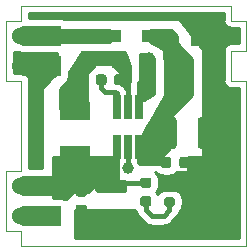
<source format=gbr>
%TF.GenerationSoftware,KiCad,Pcbnew,(5.1.9)-1*%
%TF.CreationDate,2021-05-28T15:44:06+02:00*%
%TF.ProjectId,16_STEP_DOWN,31365f53-5445-4505-9f44-4f574e2e6b69,rev?*%
%TF.SameCoordinates,Original*%
%TF.FileFunction,Copper,L1,Top*%
%TF.FilePolarity,Positive*%
%FSLAX46Y46*%
G04 Gerber Fmt 4.6, Leading zero omitted, Abs format (unit mm)*
G04 Created by KiCad (PCBNEW (5.1.9)-1) date 2021-05-28 15:44:06*
%MOMM*%
%LPD*%
G01*
G04 APERTURE LIST*
%TA.AperFunction,Profile*%
%ADD10C,0.050000*%
%TD*%
%TA.AperFunction,ComponentPad*%
%ADD11C,1.524000*%
%TD*%
%TA.AperFunction,ComponentPad*%
%ADD12C,0.100000*%
%TD*%
%TA.AperFunction,SMDPad,CuDef*%
%ADD13R,1.100000X1.100000*%
%TD*%
%TA.AperFunction,SMDPad,CuDef*%
%ADD14R,2.500000X1.500000*%
%TD*%
%TA.AperFunction,SMDPad,CuDef*%
%ADD15R,0.650000X2.000000*%
%TD*%
%TA.AperFunction,ViaPad*%
%ADD16C,1.000000*%
%TD*%
%TA.AperFunction,Conductor*%
%ADD17C,0.400000*%
%TD*%
%TA.AperFunction,Conductor*%
%ADD18C,0.254000*%
%TD*%
%TA.AperFunction,Conductor*%
%ADD19C,0.100000*%
%TD*%
G04 APERTURE END LIST*
D10*
X119380000Y-67310000D02*
X120650000Y-67310000D01*
X119380000Y-64770000D02*
X119380000Y-67310000D01*
X120650000Y-64770000D02*
X119380000Y-64770000D01*
X120650000Y-62230000D02*
X120650000Y-64770000D01*
X119380000Y-62230000D02*
X120650000Y-62230000D01*
X119380000Y-60960000D02*
X119380000Y-62230000D01*
X113665000Y-60960000D02*
X119380000Y-60960000D01*
X114935000Y-81280000D02*
X120650000Y-81280000D01*
X101600000Y-62230000D02*
X101600000Y-60960000D01*
X100330000Y-62230000D02*
X101600000Y-62230000D01*
X100330000Y-64770000D02*
X100330000Y-62230000D01*
X101600000Y-67310000D02*
X100330000Y-67310000D01*
X101600000Y-74930000D02*
X101600000Y-67310000D01*
X100330000Y-74930000D02*
X101600000Y-74930000D01*
X120650000Y-67310000D02*
X120650000Y-81280000D01*
X101600000Y-60960000D02*
X113665000Y-60960000D01*
X101600000Y-80010000D02*
X101600000Y-81280000D01*
X100330000Y-80010000D02*
X101600000Y-80010000D01*
X100330000Y-64770000D02*
X100330000Y-67310000D01*
X114935000Y-81280000D02*
X101600000Y-81280000D01*
X100330000Y-80010000D02*
X100330000Y-74930000D01*
D11*
%TO.P,J4,1*%
%TO.N,EN*%
X101600000Y-78740000D03*
%TA.AperFunction,ComponentPad*%
D12*
G36*
X101928132Y-79589917D02*
G01*
X101845251Y-79584703D01*
X101763275Y-79571425D01*
X101682986Y-79550212D01*
X101605149Y-79521265D01*
X101530509Y-79484861D01*
X101459778Y-79441346D01*
X101393631Y-79391138D01*
X101332698Y-79334714D01*
X101277563Y-79272613D01*
X101228750Y-79205429D01*
X101186727Y-79133802D01*
X101151894Y-79058416D01*
X101124583Y-78979990D01*
X101105056Y-78899274D01*
X101093498Y-78817038D01*
X101090021Y-78734066D01*
X101094656Y-78651151D01*
X101107361Y-78569084D01*
X101128013Y-78488648D01*
X101156416Y-78410612D01*
X101192299Y-78335719D01*
X101235318Y-78264686D01*
X101285064Y-78198190D01*
X101341061Y-78136865D01*
X101402775Y-78081297D01*
X101469617Y-78032017D01*
X101540949Y-77989495D01*
X101616090Y-77954136D01*
X101694323Y-77926278D01*
X101774901Y-77906188D01*
X101857055Y-77894057D01*
X101940000Y-77890000D01*
X104990000Y-77890000D01*
X104990000Y-79590000D01*
X101940000Y-79590000D01*
X101928132Y-79589917D01*
G37*
%TD.AperFunction*%
%TD*%
D11*
%TO.P,J1,1*%
%TO.N,GND*%
X101600000Y-66040000D03*
%TA.AperFunction,ComponentPad*%
D12*
G36*
X101928132Y-66889917D02*
G01*
X101845251Y-66884703D01*
X101763275Y-66871425D01*
X101682986Y-66850212D01*
X101605149Y-66821265D01*
X101530509Y-66784861D01*
X101459778Y-66741346D01*
X101393631Y-66691138D01*
X101332698Y-66634714D01*
X101277563Y-66572613D01*
X101228750Y-66505429D01*
X101186727Y-66433802D01*
X101151894Y-66358416D01*
X101124583Y-66279990D01*
X101105056Y-66199274D01*
X101093498Y-66117038D01*
X101090021Y-66034066D01*
X101094656Y-65951151D01*
X101107361Y-65869084D01*
X101128013Y-65788648D01*
X101156416Y-65710612D01*
X101192299Y-65635719D01*
X101235318Y-65564686D01*
X101285064Y-65498190D01*
X101341061Y-65436865D01*
X101402775Y-65381297D01*
X101469617Y-65332017D01*
X101540949Y-65289495D01*
X101616090Y-65254136D01*
X101694323Y-65226278D01*
X101774901Y-65206188D01*
X101857055Y-65194057D01*
X101940000Y-65190000D01*
X104990000Y-65190000D01*
X104990000Y-66890000D01*
X101940000Y-66890000D01*
X101928132Y-66889917D01*
G37*
%TD.AperFunction*%
%TD*%
D11*
%TO.P,J2,1*%
%TO.N,V_BRUT*%
X101600000Y-63500000D03*
%TA.AperFunction,ComponentPad*%
D12*
G36*
X101928132Y-64349917D02*
G01*
X101845251Y-64344703D01*
X101763275Y-64331425D01*
X101682986Y-64310212D01*
X101605149Y-64281265D01*
X101530509Y-64244861D01*
X101459778Y-64201346D01*
X101393631Y-64151138D01*
X101332698Y-64094714D01*
X101277563Y-64032613D01*
X101228750Y-63965429D01*
X101186727Y-63893802D01*
X101151894Y-63818416D01*
X101124583Y-63739990D01*
X101105056Y-63659274D01*
X101093498Y-63577038D01*
X101090021Y-63494066D01*
X101094656Y-63411151D01*
X101107361Y-63329084D01*
X101128013Y-63248648D01*
X101156416Y-63170612D01*
X101192299Y-63095719D01*
X101235318Y-63024686D01*
X101285064Y-62958190D01*
X101341061Y-62896865D01*
X101402775Y-62841297D01*
X101469617Y-62792017D01*
X101540949Y-62749495D01*
X101616090Y-62714136D01*
X101694323Y-62686278D01*
X101774901Y-62666188D01*
X101857055Y-62654057D01*
X101940000Y-62650000D01*
X104990000Y-62650000D01*
X104990000Y-64350000D01*
X101940000Y-64350000D01*
X101928132Y-64349917D01*
G37*
%TD.AperFunction*%
%TD*%
D11*
%TO.P,J3,1*%
%TO.N,5V*%
X101600000Y-76200000D03*
%TA.AperFunction,ComponentPad*%
D12*
G36*
X101928132Y-77049917D02*
G01*
X101845251Y-77044703D01*
X101763275Y-77031425D01*
X101682986Y-77010212D01*
X101605149Y-76981265D01*
X101530509Y-76944861D01*
X101459778Y-76901346D01*
X101393631Y-76851138D01*
X101332698Y-76794714D01*
X101277563Y-76732613D01*
X101228750Y-76665429D01*
X101186727Y-76593802D01*
X101151894Y-76518416D01*
X101124583Y-76439990D01*
X101105056Y-76359274D01*
X101093498Y-76277038D01*
X101090021Y-76194066D01*
X101094656Y-76111151D01*
X101107361Y-76029084D01*
X101128013Y-75948648D01*
X101156416Y-75870612D01*
X101192299Y-75795719D01*
X101235318Y-75724686D01*
X101285064Y-75658190D01*
X101341061Y-75596865D01*
X101402775Y-75541297D01*
X101469617Y-75492017D01*
X101540949Y-75449495D01*
X101616090Y-75414136D01*
X101694323Y-75386278D01*
X101774901Y-75366188D01*
X101857055Y-75354057D01*
X101940000Y-75350000D01*
X104990000Y-75350000D01*
X104990000Y-77050000D01*
X101940000Y-77050000D01*
X101928132Y-77049917D01*
G37*
%TD.AperFunction*%
%TD*%
D11*
%TO.P,J5,1*%
%TO.N,GND*%
X119380000Y-63500000D03*
%TA.AperFunction,ComponentPad*%
D12*
G36*
X119051868Y-62650083D02*
G01*
X119134749Y-62655297D01*
X119216725Y-62668575D01*
X119297014Y-62689788D01*
X119374851Y-62718735D01*
X119449491Y-62755139D01*
X119520222Y-62798654D01*
X119586369Y-62848862D01*
X119647302Y-62905286D01*
X119702437Y-62967387D01*
X119751250Y-63034571D01*
X119793273Y-63106198D01*
X119828106Y-63181584D01*
X119855417Y-63260010D01*
X119874944Y-63340726D01*
X119886502Y-63422962D01*
X119889979Y-63505934D01*
X119885344Y-63588849D01*
X119872639Y-63670916D01*
X119851987Y-63751352D01*
X119823584Y-63829388D01*
X119787701Y-63904281D01*
X119744682Y-63975314D01*
X119694936Y-64041810D01*
X119638939Y-64103135D01*
X119577225Y-64158703D01*
X119510383Y-64207983D01*
X119439051Y-64250505D01*
X119363910Y-64285864D01*
X119285677Y-64313722D01*
X119205099Y-64333812D01*
X119122945Y-64345943D01*
X119040000Y-64350000D01*
X115990000Y-64350000D01*
X115990000Y-62650000D01*
X119040000Y-62650000D01*
X119051868Y-62650083D01*
G37*
%TD.AperFunction*%
%TD*%
%TO.P,C4,2*%
%TO.N,GND*%
%TA.AperFunction,SMDPad,CuDef*%
G36*
G01*
X106430000Y-77795000D02*
X106930000Y-77795000D01*
G75*
G02*
X107155000Y-78020000I0J-225000D01*
G01*
X107155000Y-78470000D01*
G75*
G02*
X106930000Y-78695000I-225000J0D01*
G01*
X106430000Y-78695000D01*
G75*
G02*
X106205000Y-78470000I0J225000D01*
G01*
X106205000Y-78020000D01*
G75*
G02*
X106430000Y-77795000I225000J0D01*
G01*
G37*
%TD.AperFunction*%
%TO.P,C4,1*%
%TO.N,5V*%
%TA.AperFunction,SMDPad,CuDef*%
G36*
G01*
X106430000Y-76245000D02*
X106930000Y-76245000D01*
G75*
G02*
X107155000Y-76470000I0J-225000D01*
G01*
X107155000Y-76920000D01*
G75*
G02*
X106930000Y-77145000I-225000J0D01*
G01*
X106430000Y-77145000D01*
G75*
G02*
X106205000Y-76920000I0J225000D01*
G01*
X106205000Y-76470000D01*
G75*
G02*
X106430000Y-76245000I225000J0D01*
G01*
G37*
%TD.AperFunction*%
%TD*%
%TO.P,C1,1*%
%TO.N,V_BRUT_P*%
%TA.AperFunction,SMDPad,CuDef*%
G36*
G01*
X113415000Y-74490000D02*
X113415000Y-73990000D01*
G75*
G02*
X113640000Y-73765000I225000J0D01*
G01*
X114090000Y-73765000D01*
G75*
G02*
X114315000Y-73990000I0J-225000D01*
G01*
X114315000Y-74490000D01*
G75*
G02*
X114090000Y-74715000I-225000J0D01*
G01*
X113640000Y-74715000D01*
G75*
G02*
X113415000Y-74490000I0J225000D01*
G01*
G37*
%TD.AperFunction*%
%TO.P,C1,2*%
%TO.N,GND*%
%TA.AperFunction,SMDPad,CuDef*%
G36*
G01*
X114965000Y-74490000D02*
X114965000Y-73990000D01*
G75*
G02*
X115190000Y-73765000I225000J0D01*
G01*
X115640000Y-73765000D01*
G75*
G02*
X115865000Y-73990000I0J-225000D01*
G01*
X115865000Y-74490000D01*
G75*
G02*
X115640000Y-74715000I-225000J0D01*
G01*
X115190000Y-74715000D01*
G75*
G02*
X114965000Y-74490000I0J225000D01*
G01*
G37*
%TD.AperFunction*%
%TD*%
%TO.P,C2,2*%
%TO.N,GND*%
%TA.AperFunction,SMDPad,CuDef*%
G36*
G01*
X116540000Y-72840001D02*
X116540000Y-70639999D01*
G75*
G02*
X116789999Y-70390000I249999J0D01*
G01*
X117440001Y-70390000D01*
G75*
G02*
X117690000Y-70639999I0J-249999D01*
G01*
X117690000Y-72840001D01*
G75*
G02*
X117440001Y-73090000I-249999J0D01*
G01*
X116789999Y-73090000D01*
G75*
G02*
X116540000Y-72840001I0J249999D01*
G01*
G37*
%TD.AperFunction*%
%TO.P,C2,1*%
%TO.N,V_BRUT_P*%
%TA.AperFunction,SMDPad,CuDef*%
G36*
G01*
X113590000Y-72840001D02*
X113590000Y-70639999D01*
G75*
G02*
X113839999Y-70390000I249999J0D01*
G01*
X114490001Y-70390000D01*
G75*
G02*
X114740000Y-70639999I0J-249999D01*
G01*
X114740000Y-72840001D01*
G75*
G02*
X114490001Y-73090000I-249999J0D01*
G01*
X113839999Y-73090000D01*
G75*
G02*
X113590000Y-72840001I0J249999D01*
G01*
G37*
%TD.AperFunction*%
%TD*%
%TO.P,C3,2*%
%TO.N,Net-(C3-Pad2)*%
%TA.AperFunction,SMDPad,CuDef*%
G36*
G01*
X109465000Y-67490000D02*
X109465000Y-66990000D01*
G75*
G02*
X109690000Y-66765000I225000J0D01*
G01*
X110140000Y-66765000D01*
G75*
G02*
X110365000Y-66990000I0J-225000D01*
G01*
X110365000Y-67490000D01*
G75*
G02*
X110140000Y-67715000I-225000J0D01*
G01*
X109690000Y-67715000D01*
G75*
G02*
X109465000Y-67490000I0J225000D01*
G01*
G37*
%TD.AperFunction*%
%TO.P,C3,1*%
%TO.N,Net-(C3-Pad1)*%
%TA.AperFunction,SMDPad,CuDef*%
G36*
G01*
X107915000Y-67490000D02*
X107915000Y-66990000D01*
G75*
G02*
X108140000Y-66765000I225000J0D01*
G01*
X108590000Y-66765000D01*
G75*
G02*
X108815000Y-66990000I0J-225000D01*
G01*
X108815000Y-67490000D01*
G75*
G02*
X108590000Y-67715000I-225000J0D01*
G01*
X108140000Y-67715000D01*
G75*
G02*
X107915000Y-67490000I0J225000D01*
G01*
G37*
%TD.AperFunction*%
%TD*%
%TO.P,C5,1*%
%TO.N,5V*%
%TA.AperFunction,SMDPad,CuDef*%
G36*
G01*
X108119999Y-75690000D02*
X110320001Y-75690000D01*
G75*
G02*
X110570000Y-75939999I0J-249999D01*
G01*
X110570000Y-76590001D01*
G75*
G02*
X110320001Y-76840000I-249999J0D01*
G01*
X108119999Y-76840000D01*
G75*
G02*
X107870000Y-76590001I0J249999D01*
G01*
X107870000Y-75939999D01*
G75*
G02*
X108119999Y-75690000I249999J0D01*
G01*
G37*
%TD.AperFunction*%
%TO.P,C5,2*%
%TO.N,GND*%
%TA.AperFunction,SMDPad,CuDef*%
G36*
G01*
X108119999Y-78640000D02*
X110320001Y-78640000D01*
G75*
G02*
X110570000Y-78889999I0J-249999D01*
G01*
X110570000Y-79540001D01*
G75*
G02*
X110320001Y-79790000I-249999J0D01*
G01*
X108119999Y-79790000D01*
G75*
G02*
X107870000Y-79540001I0J249999D01*
G01*
X107870000Y-78889999D01*
G75*
G02*
X108119999Y-78640000I249999J0D01*
G01*
G37*
%TD.AperFunction*%
%TD*%
D13*
%TO.P,D1,1*%
%TO.N,V_BRUT_P*%
X112290000Y-63500000D03*
%TO.P,D1,2*%
%TO.N,V_BRUT*%
X109490000Y-63500000D03*
%TD*%
%TO.P,D2,1*%
%TO.N,Net-(D2-Pad1)*%
%TA.AperFunction,SMDPad,CuDef*%
G36*
G01*
X112396250Y-77965000D02*
X111883750Y-77965000D01*
G75*
G02*
X111665000Y-77746250I0J218750D01*
G01*
X111665000Y-77308750D01*
G75*
G02*
X111883750Y-77090000I218750J0D01*
G01*
X112396250Y-77090000D01*
G75*
G02*
X112615000Y-77308750I0J-218750D01*
G01*
X112615000Y-77746250D01*
G75*
G02*
X112396250Y-77965000I-218750J0D01*
G01*
G37*
%TD.AperFunction*%
%TO.P,D2,2*%
%TO.N,5V*%
%TA.AperFunction,SMDPad,CuDef*%
G36*
G01*
X112396250Y-76390000D02*
X111883750Y-76390000D01*
G75*
G02*
X111665000Y-76171250I0J218750D01*
G01*
X111665000Y-75733750D01*
G75*
G02*
X111883750Y-75515000I218750J0D01*
G01*
X112396250Y-75515000D01*
G75*
G02*
X112615000Y-75733750I0J-218750D01*
G01*
X112615000Y-76171250D01*
G75*
G02*
X112396250Y-76390000I-218750J0D01*
G01*
G37*
%TD.AperFunction*%
%TD*%
D14*
%TO.P,L1,1*%
%TO.N,5V*%
X106140000Y-73590000D03*
%TO.P,L1,2*%
%TO.N,Net-(C3-Pad2)*%
X106140000Y-69890000D03*
%TD*%
%TO.P,R1,1*%
%TO.N,Net-(D2-Pad1)*%
%TA.AperFunction,SMDPad,CuDef*%
G36*
G01*
X114415000Y-77965000D02*
X113865000Y-77965000D01*
G75*
G02*
X113665000Y-77765000I0J200000D01*
G01*
X113665000Y-77365000D01*
G75*
G02*
X113865000Y-77165000I200000J0D01*
G01*
X114415000Y-77165000D01*
G75*
G02*
X114615000Y-77365000I0J-200000D01*
G01*
X114615000Y-77765000D01*
G75*
G02*
X114415000Y-77965000I-200000J0D01*
G01*
G37*
%TD.AperFunction*%
%TO.P,R1,2*%
%TO.N,GND*%
%TA.AperFunction,SMDPad,CuDef*%
G36*
G01*
X114415000Y-76315000D02*
X113865000Y-76315000D01*
G75*
G02*
X113665000Y-76115000I0J200000D01*
G01*
X113665000Y-75715000D01*
G75*
G02*
X113865000Y-75515000I200000J0D01*
G01*
X114415000Y-75515000D01*
G75*
G02*
X114615000Y-75715000I0J-200000D01*
G01*
X114615000Y-76115000D01*
G75*
G02*
X114415000Y-76315000I-200000J0D01*
G01*
G37*
%TD.AperFunction*%
%TD*%
D15*
%TO.P,U1,1*%
%TO.N,5V*%
X109690000Y-72950000D03*
%TO.P,U1,2*%
%TO.N,EN*%
X110640000Y-72950000D03*
%TO.P,U1,3*%
%TO.N,V_BRUT_P*%
X111590000Y-72950000D03*
%TO.P,U1,4*%
%TO.N,GND*%
X111590000Y-69530000D03*
%TO.P,U1,5*%
%TO.N,Net-(C3-Pad2)*%
X110640000Y-69530000D03*
%TO.P,U1,6*%
%TO.N,Net-(C3-Pad1)*%
X109690000Y-69530000D03*
%TD*%
D16*
%TO.N,GND*%
X112395000Y-66675000D03*
X106640000Y-80010000D03*
X118110000Y-76200000D03*
X112395000Y-67945000D03*
X112395000Y-65405000D03*
X116840000Y-74740000D03*
X119380000Y-72390000D03*
X111760000Y-80010000D03*
X114300000Y-80010000D03*
X116840000Y-80010000D03*
X119380000Y-80010000D03*
X116840000Y-77470000D03*
X115570000Y-76200000D03*
X118110000Y-73660000D03*
X119380000Y-74930000D03*
X119380000Y-77470000D03*
X119380000Y-69850000D03*
X118110000Y-68580000D03*
X118110000Y-66040000D03*
X102870000Y-68580000D03*
X102870000Y-71120000D03*
X102870000Y-73660000D03*
%TO.N,EN*%
X110640000Y-74740000D03*
%TD*%
D17*
%TO.N,GND*%
X106680000Y-78245000D02*
X106680000Y-79700000D01*
X106680000Y-79700000D02*
X106640000Y-79740000D01*
X106640000Y-79740000D02*
X106640000Y-80240000D01*
X106640000Y-80240000D02*
X109140000Y-80240000D01*
X109140000Y-79295000D02*
X109220000Y-79215000D01*
X109140000Y-80240000D02*
X109140000Y-79295000D01*
X118730000Y-71740000D02*
X119380000Y-72390000D01*
X117115000Y-71740000D02*
X118730000Y-71740000D01*
X116340000Y-74240000D02*
X116840000Y-74740000D01*
X115415000Y-74240000D02*
X116340000Y-74240000D01*
X115285000Y-75915000D02*
X115570000Y-76200000D01*
X114140000Y-75915000D02*
X115285000Y-75915000D01*
X111590000Y-67480000D02*
X112395000Y-66675000D01*
X111590000Y-69530000D02*
X111590000Y-67480000D01*
X112395000Y-67310000D02*
X112395000Y-66675000D01*
X112395000Y-67945000D02*
X112395000Y-67310000D01*
%TO.N,5V*%
X109690000Y-75795000D02*
X109220000Y-76265000D01*
X109532500Y-75952500D02*
X109220000Y-76265000D01*
X112140000Y-75952500D02*
X109532500Y-75952500D01*
X106680000Y-76695000D02*
X106680000Y-75700000D01*
X107190000Y-75190000D02*
X109690000Y-75190000D01*
X106680000Y-75700000D02*
X107190000Y-75190000D01*
X109690000Y-75190000D02*
X109690000Y-75795000D01*
X109690000Y-72950000D02*
X109690000Y-75190000D01*
X106140000Y-74140000D02*
X107190000Y-75190000D01*
X106140000Y-73590000D02*
X106140000Y-74140000D01*
X106180000Y-76200000D02*
X106680000Y-75700000D01*
X104140000Y-76200000D02*
X106180000Y-76200000D01*
%TO.N,V_BRUT*%
X109490000Y-63500000D02*
X104140000Y-63500000D01*
%TO.N,V_BRUT_P*%
X111590000Y-72950000D02*
X111590000Y-74190000D01*
X111640000Y-74240000D02*
X111590000Y-74190000D01*
X112640000Y-72240000D02*
X112640000Y-74240000D01*
X112640000Y-74240000D02*
X111640000Y-74240000D01*
X113865000Y-74240000D02*
X112640000Y-74240000D01*
X113140000Y-71740000D02*
X112640000Y-72240000D01*
X114165000Y-71740000D02*
X113140000Y-71740000D01*
X114140000Y-71715000D02*
X114165000Y-71740000D01*
X115140000Y-68740000D02*
X114140000Y-69740000D01*
X115140000Y-66740000D02*
X115140000Y-68740000D01*
X114140000Y-69740000D02*
X114140000Y-71715000D01*
X112290000Y-63500000D02*
X113700000Y-63500000D01*
X113790000Y-63590000D02*
X113790000Y-65390000D01*
X113700000Y-63500000D02*
X113790000Y-63590000D01*
X113790000Y-65390000D02*
X115140000Y-66740000D01*
%TO.N,Net-(C3-Pad2)*%
X110640000Y-69530000D02*
X110640000Y-67460000D01*
X110420000Y-67240000D02*
X109915000Y-67240000D01*
X110640000Y-67460000D02*
X110420000Y-67240000D01*
X110640000Y-66040000D02*
X110640000Y-67460000D01*
X110340000Y-65740000D02*
X110640000Y-66040000D01*
X106940000Y-65740000D02*
X110340000Y-65740000D01*
X106140000Y-66540000D02*
X106940000Y-65740000D01*
X106140000Y-69890000D02*
X106140000Y-66540000D01*
%TO.N,Net-(C3-Pad1)*%
X109690000Y-68390000D02*
X109690000Y-69530000D01*
X109565000Y-68265000D02*
X109690000Y-68390000D01*
X108665000Y-68265000D02*
X108365000Y-67965000D01*
X108365000Y-67965000D02*
X108365000Y-67240000D01*
X108665000Y-68265000D02*
X109565000Y-68265000D01*
%TO.N,Net-(D2-Pad1)*%
X112140000Y-77527500D02*
X112140000Y-77740000D01*
X114140000Y-77565000D02*
X114140000Y-78240000D01*
X114140000Y-78240000D02*
X113640000Y-78740000D01*
X113640000Y-78740000D02*
X112640000Y-78740000D01*
X112640000Y-78740000D02*
X112140000Y-78240000D01*
X112140000Y-78240000D02*
X112140000Y-77527500D01*
%TO.N,EN*%
X110640000Y-72950000D02*
X110640000Y-74740000D01*
%TD*%
D18*
%TO.N,V_BRUT*%
X109093000Y-64008000D02*
X104267000Y-64008000D01*
X104267000Y-62992000D01*
X109093000Y-62992000D01*
X109093000Y-64008000D01*
%TA.AperFunction,Conductor*%
D19*
G36*
X109093000Y-64008000D02*
G01*
X104267000Y-64008000D01*
X104267000Y-62992000D01*
X109093000Y-62992000D01*
X109093000Y-64008000D01*
G37*
%TD.AperFunction*%
%TD*%
D18*
%TO.N,V_BRUT_P*%
X114808000Y-63552606D02*
X114808000Y-64135000D01*
X114810440Y-64159776D01*
X114817667Y-64183601D01*
X114829403Y-64205557D01*
X114845197Y-64224803D01*
X116078000Y-65457606D01*
X116078000Y-68527394D01*
X114210197Y-70395197D01*
X114194403Y-70414443D01*
X114182667Y-70436399D01*
X114175440Y-70460224D01*
X114173000Y-70485000D01*
X114173000Y-72972394D01*
X113575197Y-73570197D01*
X113559403Y-73589443D01*
X113547667Y-73611399D01*
X113540440Y-73635224D01*
X113538000Y-73660000D01*
X113538000Y-74168000D01*
X111887000Y-74168000D01*
X111887000Y-71788892D01*
X112337745Y-71004525D01*
X112366185Y-70981185D01*
X112445537Y-70884494D01*
X112504502Y-70774180D01*
X112540812Y-70654482D01*
X112541207Y-70650468D01*
X113775113Y-68503278D01*
X113785342Y-68480580D01*
X113790947Y-68456323D01*
X113792000Y-68440000D01*
X113792000Y-64840000D01*
X113789560Y-64815224D01*
X113782333Y-64791399D01*
X113770597Y-64769443D01*
X113754803Y-64750197D01*
X113726640Y-64728961D01*
X112522000Y-64060244D01*
X112522000Y-62992000D01*
X114247394Y-62992000D01*
X114808000Y-63552606D01*
%TA.AperFunction,Conductor*%
D19*
G36*
X114808000Y-63552606D02*
G01*
X114808000Y-64135000D01*
X114810440Y-64159776D01*
X114817667Y-64183601D01*
X114829403Y-64205557D01*
X114845197Y-64224803D01*
X116078000Y-65457606D01*
X116078000Y-68527394D01*
X114210197Y-70395197D01*
X114194403Y-70414443D01*
X114182667Y-70436399D01*
X114175440Y-70460224D01*
X114173000Y-70485000D01*
X114173000Y-72972394D01*
X113575197Y-73570197D01*
X113559403Y-73589443D01*
X113547667Y-73611399D01*
X113540440Y-73635224D01*
X113538000Y-73660000D01*
X113538000Y-74168000D01*
X111887000Y-74168000D01*
X111887000Y-71788892D01*
X112337745Y-71004525D01*
X112366185Y-70981185D01*
X112445537Y-70884494D01*
X112504502Y-70774180D01*
X112540812Y-70654482D01*
X112541207Y-70650468D01*
X113775113Y-68503278D01*
X113785342Y-68480580D01*
X113790947Y-68456323D01*
X113792000Y-68440000D01*
X113792000Y-64840000D01*
X113789560Y-64815224D01*
X113782333Y-64791399D01*
X113770597Y-64769443D01*
X113754803Y-64750197D01*
X113726640Y-64728961D01*
X112522000Y-64060244D01*
X112522000Y-62992000D01*
X114247394Y-62992000D01*
X114808000Y-63552606D01*
G37*
%TD.AperFunction*%
%TD*%
D18*
%TO.N,Net-(C3-Pad2)*%
X110813000Y-66061834D02*
X110813000Y-67164940D01*
X110767082Y-67316312D01*
X110750960Y-67480000D01*
X110755001Y-67521028D01*
X110755001Y-68150481D01*
X110734463Y-68175506D01*
X110675498Y-68285820D01*
X110640000Y-68402841D01*
X110604502Y-68285820D01*
X110545537Y-68175506D01*
X110469343Y-68082663D01*
X110465172Y-68068913D01*
X110387636Y-67923854D01*
X110283291Y-67796709D01*
X110251426Y-67770558D01*
X110184444Y-67703577D01*
X110158291Y-67671709D01*
X110031146Y-67567364D01*
X109982000Y-67541095D01*
X109982000Y-66675000D01*
X109979560Y-66650224D01*
X109972333Y-66626399D01*
X109960597Y-66604443D01*
X109944803Y-66585197D01*
X109309803Y-65950197D01*
X109290557Y-65934403D01*
X109268601Y-65922667D01*
X109244776Y-65915440D01*
X109220000Y-65913000D01*
X107950000Y-65913000D01*
X107925224Y-65915440D01*
X107901399Y-65922667D01*
X107879443Y-65934403D01*
X107860197Y-65950197D01*
X107225197Y-66585197D01*
X107209403Y-66604443D01*
X107197667Y-66626399D01*
X107190440Y-66650224D01*
X107188000Y-66675000D01*
X107188000Y-69723000D01*
X104902000Y-69723000D01*
X104902000Y-67997606D01*
X105499803Y-67399803D01*
X105515597Y-67380557D01*
X105527333Y-67358601D01*
X105534560Y-67334776D01*
X105537000Y-67310000D01*
X105537000Y-67213694D01*
X105579502Y-67134180D01*
X105615812Y-67014482D01*
X105628072Y-66890000D01*
X105628072Y-66576844D01*
X106747968Y-64897000D01*
X110400264Y-64897000D01*
X110813000Y-66061834D01*
%TA.AperFunction,Conductor*%
D19*
G36*
X110813000Y-66061834D02*
G01*
X110813000Y-67164940D01*
X110767082Y-67316312D01*
X110750960Y-67480000D01*
X110755001Y-67521028D01*
X110755001Y-68150481D01*
X110734463Y-68175506D01*
X110675498Y-68285820D01*
X110640000Y-68402841D01*
X110604502Y-68285820D01*
X110545537Y-68175506D01*
X110469343Y-68082663D01*
X110465172Y-68068913D01*
X110387636Y-67923854D01*
X110283291Y-67796709D01*
X110251426Y-67770558D01*
X110184444Y-67703577D01*
X110158291Y-67671709D01*
X110031146Y-67567364D01*
X109982000Y-67541095D01*
X109982000Y-66675000D01*
X109979560Y-66650224D01*
X109972333Y-66626399D01*
X109960597Y-66604443D01*
X109944803Y-66585197D01*
X109309803Y-65950197D01*
X109290557Y-65934403D01*
X109268601Y-65922667D01*
X109244776Y-65915440D01*
X109220000Y-65913000D01*
X107950000Y-65913000D01*
X107925224Y-65915440D01*
X107901399Y-65922667D01*
X107879443Y-65934403D01*
X107860197Y-65950197D01*
X107225197Y-66585197D01*
X107209403Y-66604443D01*
X107197667Y-66626399D01*
X107190440Y-66650224D01*
X107188000Y-66675000D01*
X107188000Y-69723000D01*
X104902000Y-69723000D01*
X104902000Y-67997606D01*
X105499803Y-67399803D01*
X105515597Y-67380557D01*
X105527333Y-67358601D01*
X105534560Y-67334776D01*
X105537000Y-67310000D01*
X105537000Y-67213694D01*
X105579502Y-67134180D01*
X105615812Y-67014482D01*
X105628072Y-66890000D01*
X105628072Y-66576844D01*
X106747968Y-64897000D01*
X110400264Y-64897000D01*
X110813000Y-66061834D01*
G37*
%TD.AperFunction*%
%TD*%
D18*
%TO.N,5V*%
X109676928Y-73950000D02*
X109689188Y-74074482D01*
X109698694Y-74105818D01*
X109634176Y-74202376D01*
X109548617Y-74408933D01*
X109505000Y-74628212D01*
X109505000Y-74851788D01*
X109548617Y-75071067D01*
X109634176Y-75277624D01*
X109728000Y-75418041D01*
X109728000Y-76073000D01*
X107950000Y-76073000D01*
X107925224Y-76075440D01*
X107901399Y-76082667D01*
X107879443Y-76094403D01*
X107860197Y-76110197D01*
X107262394Y-76708000D01*
X106045000Y-76708000D01*
X106020224Y-76710440D01*
X105996399Y-76717667D01*
X105974443Y-76729403D01*
X105955197Y-76745197D01*
X105357394Y-77343000D01*
X105313694Y-77343000D01*
X105234180Y-77300498D01*
X105114482Y-77264188D01*
X104990000Y-77251928D01*
X104267000Y-77251928D01*
X104267000Y-73787000D01*
X109676928Y-73787000D01*
X109676928Y-73950000D01*
%TA.AperFunction,Conductor*%
D19*
G36*
X109676928Y-73950000D02*
G01*
X109689188Y-74074482D01*
X109698694Y-74105818D01*
X109634176Y-74202376D01*
X109548617Y-74408933D01*
X109505000Y-74628212D01*
X109505000Y-74851788D01*
X109548617Y-75071067D01*
X109634176Y-75277624D01*
X109728000Y-75418041D01*
X109728000Y-76073000D01*
X107950000Y-76073000D01*
X107925224Y-76075440D01*
X107901399Y-76082667D01*
X107879443Y-76094403D01*
X107860197Y-76110197D01*
X107262394Y-76708000D01*
X106045000Y-76708000D01*
X106020224Y-76710440D01*
X105996399Y-76717667D01*
X105974443Y-76729403D01*
X105955197Y-76745197D01*
X105357394Y-77343000D01*
X105313694Y-77343000D01*
X105234180Y-77300498D01*
X105114482Y-77264188D01*
X104990000Y-77251928D01*
X104267000Y-77251928D01*
X104267000Y-73787000D01*
X109676928Y-73787000D01*
X109676928Y-73950000D01*
G37*
%TD.AperFunction*%
%TD*%
D18*
%TO.N,GND*%
X118729550Y-67439383D02*
X118767290Y-67563793D01*
X118828575Y-67678450D01*
X118911052Y-67778948D01*
X119011550Y-67861425D01*
X119126207Y-67922710D01*
X119250617Y-67960450D01*
X119347581Y-67970000D01*
X119380000Y-67973193D01*
X119412419Y-67970000D01*
X119990000Y-67970000D01*
X119990001Y-80620000D01*
X106172000Y-80620000D01*
X106172000Y-78232000D01*
X111125000Y-78232000D01*
X111149776Y-78229560D01*
X111171820Y-78222873D01*
X111277885Y-78352115D01*
X111315003Y-78382576D01*
X111317082Y-78403688D01*
X111364828Y-78561086D01*
X111442364Y-78706145D01*
X111546709Y-78833291D01*
X111578578Y-78859445D01*
X112020558Y-79301426D01*
X112046709Y-79333291D01*
X112173854Y-79437636D01*
X112318913Y-79515172D01*
X112476311Y-79562918D01*
X112598981Y-79575000D01*
X112598982Y-79575000D01*
X112640000Y-79579040D01*
X112681018Y-79575000D01*
X113598982Y-79575000D01*
X113640000Y-79579040D01*
X113681018Y-79575000D01*
X113681019Y-79575000D01*
X113803689Y-79562918D01*
X113961087Y-79515172D01*
X114106146Y-79437636D01*
X114233291Y-79333291D01*
X114259445Y-79301422D01*
X114701426Y-78859442D01*
X114733291Y-78833291D01*
X114837636Y-78706146D01*
X114915172Y-78561087D01*
X114962918Y-78403689D01*
X114963926Y-78393453D01*
X115007606Y-78357606D01*
X115111831Y-78230608D01*
X115189278Y-78085716D01*
X115236969Y-77928500D01*
X115253072Y-77765000D01*
X115253072Y-77365000D01*
X115236969Y-77201500D01*
X115189278Y-77044284D01*
X115111831Y-76899392D01*
X115007606Y-76772394D01*
X114880608Y-76668169D01*
X114735716Y-76590722D01*
X114578500Y-76543031D01*
X114415000Y-76526928D01*
X113865000Y-76526928D01*
X113701500Y-76543031D01*
X113544284Y-76590722D01*
X113399392Y-76668169D01*
X113272394Y-76772394D01*
X113168169Y-76899392D01*
X113156237Y-76921715D01*
X113108671Y-76832725D01*
X113032574Y-76740000D01*
X113108671Y-76647275D01*
X113187850Y-76499142D01*
X113236608Y-76338408D01*
X113253072Y-76171250D01*
X113253072Y-75733750D01*
X113236608Y-75566592D01*
X113187850Y-75405858D01*
X113108671Y-75257725D01*
X113002115Y-75127885D01*
X112937674Y-75075000D01*
X113008966Y-75075000D01*
X113029716Y-75100284D01*
X113160503Y-75207618D01*
X113309717Y-75287375D01*
X113471623Y-75336488D01*
X113640000Y-75353072D01*
X114090000Y-75353072D01*
X114258377Y-75336488D01*
X114420283Y-75287375D01*
X114569497Y-75207618D01*
X114700284Y-75100284D01*
X114735806Y-75057000D01*
X115570000Y-75057000D01*
X115594776Y-75054560D01*
X115618601Y-75047333D01*
X115640557Y-75035597D01*
X115659803Y-75019803D01*
X115675597Y-75000557D01*
X115687333Y-74978601D01*
X115694560Y-74954776D01*
X115697000Y-74930000D01*
X115697000Y-73787000D01*
X116840000Y-73787000D01*
X116864776Y-73784560D01*
X116888601Y-73777333D01*
X116910557Y-73765597D01*
X116929803Y-73749803D01*
X116945597Y-73730557D01*
X116957333Y-73708601D01*
X116964560Y-73684776D01*
X116967000Y-73660000D01*
X116967000Y-67437000D01*
X118729315Y-67437000D01*
X118729550Y-67439383D01*
%TA.AperFunction,Conductor*%
D19*
G36*
X118729550Y-67439383D02*
G01*
X118767290Y-67563793D01*
X118828575Y-67678450D01*
X118911052Y-67778948D01*
X119011550Y-67861425D01*
X119126207Y-67922710D01*
X119250617Y-67960450D01*
X119347581Y-67970000D01*
X119380000Y-67973193D01*
X119412419Y-67970000D01*
X119990000Y-67970000D01*
X119990001Y-80620000D01*
X106172000Y-80620000D01*
X106172000Y-78232000D01*
X111125000Y-78232000D01*
X111149776Y-78229560D01*
X111171820Y-78222873D01*
X111277885Y-78352115D01*
X111315003Y-78382576D01*
X111317082Y-78403688D01*
X111364828Y-78561086D01*
X111442364Y-78706145D01*
X111546709Y-78833291D01*
X111578578Y-78859445D01*
X112020558Y-79301426D01*
X112046709Y-79333291D01*
X112173854Y-79437636D01*
X112318913Y-79515172D01*
X112476311Y-79562918D01*
X112598981Y-79575000D01*
X112598982Y-79575000D01*
X112640000Y-79579040D01*
X112681018Y-79575000D01*
X113598982Y-79575000D01*
X113640000Y-79579040D01*
X113681018Y-79575000D01*
X113681019Y-79575000D01*
X113803689Y-79562918D01*
X113961087Y-79515172D01*
X114106146Y-79437636D01*
X114233291Y-79333291D01*
X114259445Y-79301422D01*
X114701426Y-78859442D01*
X114733291Y-78833291D01*
X114837636Y-78706146D01*
X114915172Y-78561087D01*
X114962918Y-78403689D01*
X114963926Y-78393453D01*
X115007606Y-78357606D01*
X115111831Y-78230608D01*
X115189278Y-78085716D01*
X115236969Y-77928500D01*
X115253072Y-77765000D01*
X115253072Y-77365000D01*
X115236969Y-77201500D01*
X115189278Y-77044284D01*
X115111831Y-76899392D01*
X115007606Y-76772394D01*
X114880608Y-76668169D01*
X114735716Y-76590722D01*
X114578500Y-76543031D01*
X114415000Y-76526928D01*
X113865000Y-76526928D01*
X113701500Y-76543031D01*
X113544284Y-76590722D01*
X113399392Y-76668169D01*
X113272394Y-76772394D01*
X113168169Y-76899392D01*
X113156237Y-76921715D01*
X113108671Y-76832725D01*
X113032574Y-76740000D01*
X113108671Y-76647275D01*
X113187850Y-76499142D01*
X113236608Y-76338408D01*
X113253072Y-76171250D01*
X113253072Y-75733750D01*
X113236608Y-75566592D01*
X113187850Y-75405858D01*
X113108671Y-75257725D01*
X113002115Y-75127885D01*
X112937674Y-75075000D01*
X113008966Y-75075000D01*
X113029716Y-75100284D01*
X113160503Y-75207618D01*
X113309717Y-75287375D01*
X113471623Y-75336488D01*
X113640000Y-75353072D01*
X114090000Y-75353072D01*
X114258377Y-75336488D01*
X114420283Y-75287375D01*
X114569497Y-75207618D01*
X114700284Y-75100284D01*
X114735806Y-75057000D01*
X115570000Y-75057000D01*
X115594776Y-75054560D01*
X115618601Y-75047333D01*
X115640557Y-75035597D01*
X115659803Y-75019803D01*
X115675597Y-75000557D01*
X115687333Y-74978601D01*
X115694560Y-74954776D01*
X115697000Y-74930000D01*
X115697000Y-73787000D01*
X116840000Y-73787000D01*
X116864776Y-73784560D01*
X116888601Y-73777333D01*
X116910557Y-73765597D01*
X116929803Y-73749803D01*
X116945597Y-73730557D01*
X116957333Y-73708601D01*
X116964560Y-73684776D01*
X116967000Y-73660000D01*
X116967000Y-67437000D01*
X118729315Y-67437000D01*
X118729550Y-67439383D01*
G37*
%TD.AperFunction*%
%TD*%
D18*
%TO.N,GND*%
X118720001Y-62197571D02*
X118716807Y-62230000D01*
X118729550Y-62359383D01*
X118767290Y-62483793D01*
X118828575Y-62598450D01*
X118911052Y-62698948D01*
X119011550Y-62781425D01*
X119126207Y-62842710D01*
X119250617Y-62880450D01*
X119347581Y-62890000D01*
X119380000Y-62893193D01*
X119412419Y-62890000D01*
X119990000Y-62890000D01*
X119990001Y-64110000D01*
X119412419Y-64110000D01*
X119380000Y-64106807D01*
X119347581Y-64110000D01*
X119250617Y-64119550D01*
X119126207Y-64157290D01*
X119011550Y-64218575D01*
X118911052Y-64301052D01*
X118828575Y-64401550D01*
X118767290Y-64516207D01*
X118729550Y-64640617D01*
X118716807Y-64770000D01*
X118720000Y-64802419D01*
X118720001Y-67277571D01*
X118716807Y-67310000D01*
X118729550Y-67439383D01*
X118767290Y-67563793D01*
X118828575Y-67678450D01*
X118911052Y-67778948D01*
X118958637Y-67818000D01*
X116967000Y-67818000D01*
X116967000Y-64770000D01*
X116964560Y-64745224D01*
X116957333Y-64721399D01*
X116941600Y-64693800D01*
X115062000Y-62187667D01*
X115062000Y-61620000D01*
X118720001Y-61620000D01*
X118720001Y-62197571D01*
%TA.AperFunction,Conductor*%
D19*
G36*
X118720001Y-62197571D02*
G01*
X118716807Y-62230000D01*
X118729550Y-62359383D01*
X118767290Y-62483793D01*
X118828575Y-62598450D01*
X118911052Y-62698948D01*
X119011550Y-62781425D01*
X119126207Y-62842710D01*
X119250617Y-62880450D01*
X119347581Y-62890000D01*
X119380000Y-62893193D01*
X119412419Y-62890000D01*
X119990000Y-62890000D01*
X119990001Y-64110000D01*
X119412419Y-64110000D01*
X119380000Y-64106807D01*
X119347581Y-64110000D01*
X119250617Y-64119550D01*
X119126207Y-64157290D01*
X119011550Y-64218575D01*
X118911052Y-64301052D01*
X118828575Y-64401550D01*
X118767290Y-64516207D01*
X118729550Y-64640617D01*
X118716807Y-64770000D01*
X118720000Y-64802419D01*
X118720001Y-67277571D01*
X118716807Y-67310000D01*
X118729550Y-67439383D01*
X118767290Y-67563793D01*
X118828575Y-67678450D01*
X118911052Y-67778948D01*
X118958637Y-67818000D01*
X116967000Y-67818000D01*
X116967000Y-64770000D01*
X116964560Y-64745224D01*
X116957333Y-64721399D01*
X116941600Y-64693800D01*
X115062000Y-62187667D01*
X115062000Y-61620000D01*
X118720001Y-61620000D01*
X118720001Y-62197571D01*
G37*
%TD.AperFunction*%
%TD*%
D18*
%TO.N,GND*%
X115443000Y-62103000D02*
X105313694Y-62103000D01*
X105234180Y-62060498D01*
X105114482Y-62024188D01*
X104990000Y-62011928D01*
X102260000Y-62011928D01*
X102260000Y-61620000D01*
X115443000Y-61620000D01*
X115443000Y-62103000D01*
%TA.AperFunction,Conductor*%
D19*
G36*
X115443000Y-62103000D02*
G01*
X105313694Y-62103000D01*
X105234180Y-62060498D01*
X105114482Y-62024188D01*
X104990000Y-62011928D01*
X102260000Y-62011928D01*
X102260000Y-61620000D01*
X115443000Y-61620000D01*
X115443000Y-62103000D01*
G37*
%TD.AperFunction*%
%TD*%
D18*
%TO.N,GND*%
X101570343Y-64939630D02*
X101692149Y-64965520D01*
X101857006Y-64984012D01*
X101923670Y-64987973D01*
X101935538Y-64988056D01*
X101940000Y-64988072D01*
X104648000Y-64988072D01*
X104648000Y-66775997D01*
X104064445Y-67207920D01*
X104050197Y-67220197D01*
X103415197Y-67855197D01*
X103399403Y-67874443D01*
X103387667Y-67896399D01*
X103380440Y-67920224D01*
X103378000Y-67945000D01*
X103378000Y-74711928D01*
X102260000Y-74711928D01*
X102260000Y-67342419D01*
X102263193Y-67310000D01*
X102250450Y-67180617D01*
X102212710Y-67056207D01*
X102151425Y-66941550D01*
X102068948Y-66841052D01*
X101968450Y-66758575D01*
X101853793Y-66697290D01*
X101729383Y-66659550D01*
X101632419Y-66650000D01*
X101600000Y-66646807D01*
X101567581Y-66650000D01*
X100990000Y-66650000D01*
X100990000Y-64897000D01*
X101435955Y-64897000D01*
X101570343Y-64939630D01*
%TA.AperFunction,Conductor*%
D19*
G36*
X101570343Y-64939630D02*
G01*
X101692149Y-64965520D01*
X101857006Y-64984012D01*
X101923670Y-64987973D01*
X101935538Y-64988056D01*
X101940000Y-64988072D01*
X104648000Y-64988072D01*
X104648000Y-66775997D01*
X104064445Y-67207920D01*
X104050197Y-67220197D01*
X103415197Y-67855197D01*
X103399403Y-67874443D01*
X103387667Y-67896399D01*
X103380440Y-67920224D01*
X103378000Y-67945000D01*
X103378000Y-74711928D01*
X102260000Y-74711928D01*
X102260000Y-67342419D01*
X102263193Y-67310000D01*
X102250450Y-67180617D01*
X102212710Y-67056207D01*
X102151425Y-66941550D01*
X102068948Y-66841052D01*
X101968450Y-66758575D01*
X101853793Y-66697290D01*
X101729383Y-66659550D01*
X101632419Y-66650000D01*
X101600000Y-66646807D01*
X101567581Y-66650000D01*
X100990000Y-66650000D01*
X100990000Y-64897000D01*
X101435955Y-64897000D01*
X101570343Y-64939630D01*
G37*
%TD.AperFunction*%
%TD*%
D18*
%TO.N,GND*%
X112839500Y-65394106D02*
X112839500Y-68444593D01*
X111978822Y-68961000D01*
X111667000Y-68961000D01*
X111667000Y-65024000D01*
X112469394Y-65024000D01*
X112839500Y-65394106D01*
%TA.AperFunction,Conductor*%
D19*
G36*
X112839500Y-65394106D02*
G01*
X112839500Y-68444593D01*
X111978822Y-68961000D01*
X111667000Y-68961000D01*
X111667000Y-65024000D01*
X112469394Y-65024000D01*
X112839500Y-65394106D01*
G37*
%TD.AperFunction*%
%TD*%
M02*

</source>
